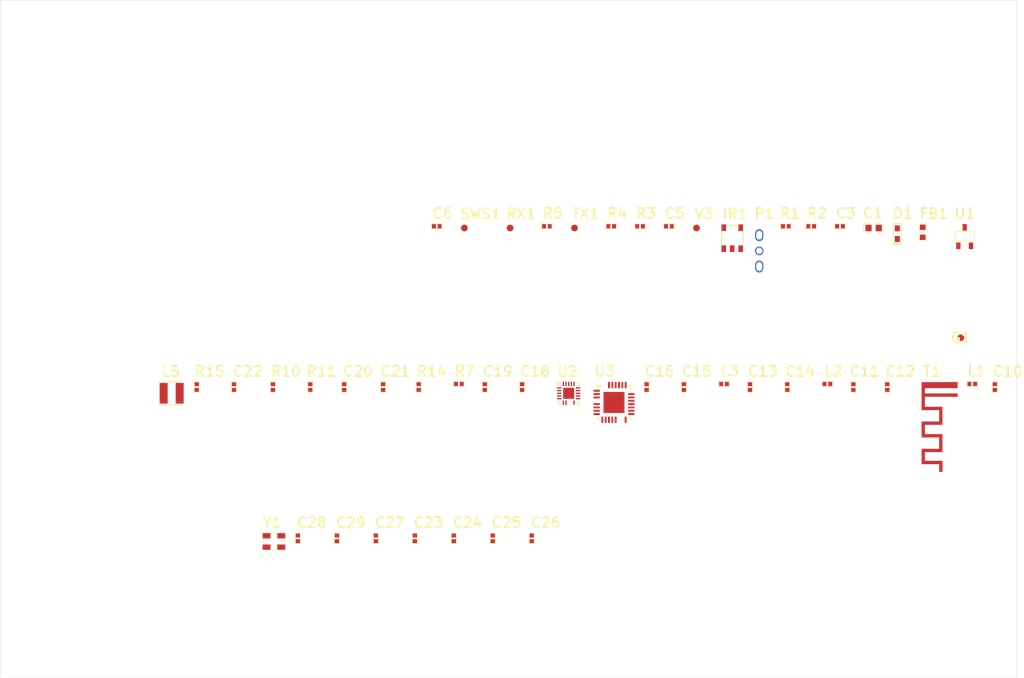
<source format=kicad_pcb>
(kicad_pcb (version 20241229) (generator "pcbnew") (generator_version "9.0")
  (layers (0 "F.Cu" signal "Top Layer") (2 "B.Cu" signal "Bottom Layer") (13 "F.Paste" user "Top Paste") (15 "B.Paste" user "Bottom Paste") (5 "F.SilkS" user "Top Overlay") (7 "B.SilkS" user "Bottom Overlay") (1 "F.Mask" user "Top Solder") (3 "B.Mask" user "Bottom Solder") (25 "Edge.Cuts" user))
  (net 0 "")
  (net 1 "XTAL2")
  (net 2 "XTAL1")
  (net 3 "VRE")
  (net 4 "VRE2")
  (net 5 "TX")
  (net 6 "SWS")
  (net 7 "RX")
  (net 8 "RST")
  (net 9 "RF_TX")
  (net 10 "RF_RX")
  (net 11 "O")
  (net 12 "NetU2_15")
  (net 13 "NetR14_2")
  (net 14 "NetR7_2")
  (net 15 "NetL5_2")
  (net 16 "NetL5_1")
  (net 17 "NetL1_2")
  (net 18 "NetIR1_5")
  (net 19 "NetIR1_3")
  (net 20 "NetC27_1")
  (net 21 "NetC25_1")
  (net 22 "NetC24_1")
  (net 23 "NetC21_1")
  (net 24 "NetC20_2")
  (net 25 "NetC20_1")
  (net 26 "NetC19_1")
  (net 27 "NetC18_1")
  (net 28 "NetC15_1")
  (net 29 "NetC10_2")
  (net 30 "NetC10_1")
  (net 31 "NetC1_1")
  (net 32 "MCU-OUT")
  (net 33 "IR")
  (net 34 "I2C_SDA")
  (net 35 "I2C_SCL")
  (net 36 "GND")
  (net 37 "CDS")
  (net 38 "AD")
  (net 39 "5V")
  (net 40 "3.3V")
  (net 41 "1V2")
  (footprint "Pho Radar:C0402" (layer "F.Cu") (at 174.7901 112.6236 90)
    (property "Reference" "C15" (at 2.777998 1.942485 0) (layer "F.SilkS") (effects (font (size 1.524 1.524) (thickness 0.254))))
    (property "Value" "18pF" (hide yes))
    (pad "1" smd rect (at 0 0 90) (size 0.6 0.65) (layers "F.Cu" "F.Mask" "F.Paste") (net 28 "NetC15_1"))
    (pad "2" smd rect (at 0.85004 0 90) (size 0.6 0.65) (layers "F.Cu" "F.Mask" "F.Paste") (net 36 "GND"))
  )
  (footprint "Pho Radar:C0402" (layer "F.Cu") (at 140.3011 135.3036 90)
    (property "Reference" "C24" (at 2.777998 2.069445 0) (layer "F.SilkS") (effects (font (size 1.524 1.524) (thickness 0.254))))
    (property "Value" "1uF" (hide yes))
    (pad "1" smd rect (at 0 0 90) (size 0.6 0.65) (layers "F.Cu" "F.Mask" "F.Paste") (net 22 "NetC24_1"))
    (pad "2" smd rect (at 0.85004 0 90) (size 0.6 0.65) (layers "F.Cu" "F.Mask" "F.Paste") (net 36 "GND"))
  )
  (footprint "Pho Radar:C0402" (layer "F.Cu") (at 134.4591 135.3036 90)
    (property "Reference" "C23" (at 2.777998 2.069445 0) (layer "F.SilkS") (effects (font (size 1.524 1.524) (thickness 0.254))))
    (property "Value" "33nF" (hide yes))
    (pad "1" smd rect (at 0 0 90) (size 0.6 0.65) (layers "F.Cu" "F.Mask" "F.Paste") (net 38 "AD"))
    (pad "2" smd rect (at 0.85004 0 90) (size 0.6 0.65) (layers "F.Cu" "F.Mask" "F.Paste") (net 36 "GND"))
  )
  (footprint "Pho Radar:C0402" (layer "F.Cu") (at 122.7751 135.3036 90)
    (property "Reference" "C29" (at 2.777998 2.069445 0) (layer "F.SilkS") (effects (font (size 1.524 1.524) (thickness 0.254))))
    (property "Value" "100nF" (hide yes))
    (pad "1" smd rect (at 0 0 90) (size 0.6 0.65) (layers "F.Cu" "F.Mask" "F.Paste") (net 41 "1V2"))
    (pad "2" smd rect (at 0.85004 0 90) (size 0.6 0.65) (layers "F.Cu" "F.Mask" "F.Paste") (net 36 "GND"))
  )
  (footprint "Pho Radar:R0402" (layer "F.Cu") (at 153.8221 88.0986)
    (property "Reference" "R5" (at 1.30769 -1.939798 0) (layer "F.SilkS") (effects (font (size 1.524 1.524) (thickness 0.254))))
    (property "Value" "100R" (hide yes))
    (pad "1" smd rect (at 0 0) (size 0.6 0.65) (layers "F.Cu" "F.Mask" "F.Paste") (net 33 "IR"))
    (pad "2" smd rect (at 0.84999 0) (size 0.6 0.65) (layers "F.Cu" "F.Mask" "F.Paste") (net 19 "NetIR1_3"))
  )
  (footprint "Pho Radar:R0402" (layer "F.Cu") (at 135.0391 112.6236 90)
    (property "Reference" "R14" (at 2.777998 1.942485 0) (layer "F.SilkS") (effects (font (size 1.524 1.524) (thickness 0.254))))
    (property "Value" "10k" (hide yes))
    (pad "1" smd rect (at 0 0 90) (size 0.6 0.65) (layers "F.Cu" "F.Mask" "F.Paste") (net 40 "3.3V"))
    (pad "2" smd rect (at 0.84999 0 90) (size 0.6 0.65) (layers "F.Cu" "F.Mask" "F.Paste") (net 13 "NetR14_2"))
  )
  (footprint "Pho Radar:C0603" (layer "F.Cu") (at 202.4631 88.3526)
    (property "Reference" "C1" (at 0.64737 -2.219198 0) (layer "F.SilkS") (effects (font (size 1.524 1.524) (thickness 0.254))))
    (property "Value" "10uF/16V" (hide yes))
    (pad "1" smd rect (at 0 0) (size 0.93 0.98) (layers "F.Cu" "F.Mask" "F.Paste") (net 31 "NetC1_1"))
    (pad "2" smd rect (at 1.54 0) (size 0.93 0.98) (layers "F.Cu" "F.Mask" "F.Paste") (net 36 "GND"))
  )
  (footprint "CDNX1928RBDA_L05T01_RWN0P2:QFN32" (layer "F.Cu") (at 161.7091 112.7506)
    (property "Reference" "U3" (at 1.18069 -2.930398 0) (layer "F.SilkS") (effects (font (size 1.524 1.524) (thickness 0.254))))
    (property "Value" "TLSR8359F512ET32" (hide yes))
    (pad "1" smd oval (at 0 0) (size 1 0.3) (layers "F.Cu" "F.Mask" "F.Paste") (net 32 "MCU-OUT"))
    (pad "2" smd oval (at 0 0.5) (size 1 0.3) (layers "F.Cu" "F.Mask" "F.Paste") (net 5 "TX"))
    (pad "3" smd oval (at 0 1) (size 1 0.3) (layers "F.Cu" "F.Mask" "F.Paste") (net 7 "RX"))
    (pad "5" smd oval (at 0 2) (size 1 0.3) (layers "F.Cu" "F.Mask" "F.Paste") (net 6 "SWS"))
    (pad "6" smd oval (at 0 2.5) (size 1 0.3) (layers "F.Cu" "F.Mask" "F.Paste") (net 38 "AD"))
    (pad "7" smd oval (at 0 3) (size 1 0.3) (layers "F.Cu" "F.Mask" "F.Paste") (net 36 "GND"))
    (pad "8" smd oval (at 0 3.5) (size 1 0.3) (layers "F.Cu" "F.Mask" "F.Paste") (net 21 "NetC25_1"))
    (pad "9" smd oval (at 0.85 4.35 90) (size 1 0.3) (layers "F.Cu" "F.Mask" "F.Paste") (net 40 "3.3V"))
    (pad "10" smd oval (at 1.35 4.35 90) (size 1 0.3) (layers "F.Cu" "F.Mask" "F.Paste") (net 15 "NetL5_2"))
    (pad "11" smd oval (at 1.85 4.35 90) (size 1 0.3) (layers "F.Cu" "F.Mask" "F.Paste") (net 16 "NetL5_1"))
    (pad "12" smd oval (at 2.35 4.35 90) (size 1 0.3) (layers "F.Cu" "F.Mask" "F.Paste") (net 41 "1V2"))
    (pad "13" smd oval (at 2.85 4.35 90) (size 1 0.3) (layers "F.Cu" "F.Mask" "F.Paste") (net 20 "NetC27_1"))
    (pad "16" smd oval (at 4.35 4.35 90) (size 1 0.3) (layers "F.Cu" "F.Mask" "F.Paste") (net 37 "CDS"))
    (pad "17" smd oval (at 5.2 3.5) (size 1 0.3) (layers "F.Cu" "F.Mask" "F.Paste") (net 4 "VRE2"))
    (pad "18" smd oval (at 5.2 3) (size 1 0.3) (layers "F.Cu" "F.Mask" "F.Paste") (net 40 "3.3V"))
    (pad "19" smd oval (at 5.2 2.5) (size 1 0.3) (layers "F.Cu" "F.Mask" "F.Paste") (net 40 "3.3V"))
    (pad "20" smd oval (at 5.2 2) (size 1 0.3) (layers "F.Cu" "F.Mask" "F.Paste") (net 34 "I2C_SDA"))
    (pad "21" smd oval (at 5.2 1.5) (size 1 0.3) (layers "F.Cu" "F.Mask" "F.Paste") (net 35 "I2C_SCL"))
    (pad "22" smd oval (at 5.2 1) (size 1 0.3) (layers "F.Cu" "F.Mask" "F.Paste") (net 3 "VRE"))
    (pad "23" smd oval (at 5.2 0.5) (size 1 0.3) (layers "F.Cu" "F.Mask" "F.Paste") (net 33 "IR"))
    (pad "25" smd oval (at 4.35 -0.85 90) (size 1 0.3) (layers "F.Cu" "F.Mask" "F.Paste") (net 8 "RST"))
    (pad "26" smd oval (at 3.85 -0.85 90) (size 1 0.3) (layers "F.Cu" "F.Mask" "F.Paste") (net 28 "NetC15_1"))
    (pad "27" smd oval (at 3.35 -0.85 90) (size 1 0.3) (layers "F.Cu" "F.Mask" "F.Paste") (net 30 "NetC10_1"))
    (pad "28" smd oval (at 2.85 -0.85 90) (size 1 0.3) (layers "F.Cu" "F.Mask" "F.Paste") (net 41 "1V2"))
    (pad "29" smd oval (at 2.35 -0.85 90) (size 1 0.3) (layers "F.Cu" "F.Mask" "F.Paste") (net 2 "XTAL1"))
    (pad "30" smd oval (at 1.85 -0.85 90) (size 1 0.3) (layers "F.Cu" "F.Mask" "F.Paste") (net 1 "XTAL2"))
    (pad "33" smd roundrect (at 2.6 1.75) (size 3.15 3.15) (layers "F.Cu" "F.Mask" "F.Paste") (roundrect_rratio 0) (net 36 "GND"))
  )
  (footprint "Pho Radar:C0402" (layer "F.Cu") (at 128.6171 135.3036 90)
    (property "Reference" "C27" (at 2.777998 2.069445 0) (layer "F.SilkS") (effects (font (size 1.524 1.524) (thickness 0.254))))
    (property "Value" "1uF" (hide yes))
    (pad "1" smd rect (at 0 0 90) (size 0.6 0.65) (layers "F.Cu" "F.Mask" "F.Paste") (net 20 "NetC27_1"))
    (pad "2" smd rect (at 0.85004 0 90) (size 0.6 0.65) (layers "F.Cu" "F.Mask" "F.Paste") (net 36 "GND"))
  )
  (footprint "Pho Radar:R0402" (layer "F.Cu") (at 101.7651 112.6236 90)
    (property "Reference" "R15" (at 2.777998 1.942485 0) (layer "F.SilkS") (effects (font (size 1.524 1.524) (thickness 0.254))))
    (property "Value" "0" (hide yes))
    (pad "1" smd rect (at 0 0 90) (size 0.6 0.65) (layers "F.Cu" "F.Mask" "F.Paste") (net 25 "NetC20_1"))
    (pad "2" smd rect (at 0.84999 0 90) (size 0.6 0.65) (layers "F.Cu" "F.Mask" "F.Paste") (net 38 "AD"))
  )
  (footprint "Pho Radar:C0402" (layer "F.Cu") (at 116.9331 135.3036 90)
    (property "Reference" "C28" (at 2.777998 2.069445 0) (layer "F.SilkS") (effects (font (size 1.524 1.524) (thickness 0.254))))
    (property "Value" "10uF" (hide yes))
    (pad "1" smd rect (at 0 0 90) (size 0.6 0.65) (layers "F.Cu" "F.Mask" "F.Paste") (net 41 "1V2"))
    (pad "2" smd rect (at 0.85004 0 90) (size 0.6 0.65) (layers "F.Cu" "F.Mask" "F.Paste") (net 36 "GND"))
  )
  (footprint "Pho Radar:R0402" (layer "F.Cu") (at 113.1951 112.6236 90)
    (property "Reference" "R10" (at 2.777998 1.942485 0) (layer "F.SilkS") (effects (font (size 1.524 1.524) (thickness 0.254))))
    (property "Value" "0" (hide yes))
    (pad "1" smd rect (at 0 0 90) (size 0.6 0.65) (layers "F.Cu" "F.Mask" "F.Paste") (net 36 "GND"))
    (pad "2" smd rect (at 0.84999 0 90) (size 0.6 0.65) (layers "F.Cu" "F.Mask" "F.Paste") (net 3 "VRE"))
  )
  (footprint "Pho Radar:3P-2.54" (layer "F.Cu") (at 186.0801 91.7816 90)
    (property "Reference" "P1" (at 5.571998 0.77437 0) (layer "F.SilkS") (effects (font (size 1.524 1.524) (thickness 0.254))))
    (property "Value" "3P" (hide yes))
    (pad "1" thru_hole oval (at -2.35 0 270) (size 1.8 1.2) (drill oval 1.3 0.85) (layers "*.Cu" "*.Mask") (net 36 "GND"))
    (pad "2" thru_hole circle (at 0 0 270) (size 1.3 1.3) (drill 0.9) (layers "*.Cu" "*.Mask") (net 11 "O"))
    (pad "3" thru_hole oval (at 2.35 0 270) (size 1.8 1.2) (drill oval 1.3 0.85) (layers "*.Cu" "*.Mask") (net 39 "5V"))
    (pad "8" smd circle (at 4 0) (size 0.001 0.001) (layers "*.Cu" "*.Mask"))
  )
  (footprint "Pho Radar:C0402" (layer "F.Cu") (at 169.2021 112.6236 90)
    (property "Reference" "C16" (at 2.777998 1.942485 0) (layer "F.SilkS") (effects (font (size 1.524 1.524) (thickness 0.254))))
    (property "Value" "1uF" (hide yes))
    (pad "1" smd rect (at 0 0 90) (size 0.6 0.65) (layers "F.Cu" "F.Mask" "F.Paste") (net 8 "RST"))
    (pad "2" smd rect (at 0.85004 0 90) (size 0.6 0.65) (layers "F.Cu" "F.Mask" "F.Paste") (net 36 "GND"))
  )
  (footprint "Pho Radar:D" (layer "F.Cu") (at 141.8841 88.3526 90)
    (property "Reference" "SWS1" (at 2.117598 2.39948 0) (layer "F.SilkS") (effects (font (size 1.524 1.524) (thickness 0.254))))
    (property "Value" "RST" (hide yes))
    (pad "1" smd circle (at 0 0 270) (size 1 1) (layers "F.Cu" "F.Mask" "F.Paste") (net 6 "SWS"))
  )
  (footprint "Pho Radar:SOT23-3-L" (layer "F.Cu") (at 215.9251 91.0196)
    (property "Reference" "U1" (at 0.97757 -4.835398 0) (layer "F.SilkS") (effects (font (size 1.524 1.524) (thickness 0.254))))
    (property "Value" "LR8103A-T33" (hide yes))
    (pad "1" smd rect (at 0 0) (size 0.65 1) (layers "F.Cu" "F.Mask" "F.Paste") (net 36 "GND"))
    (pad "2" smd rect (at 1.9 0) (size 0.65 1) (layers "F.Cu" "F.Mask" "F.Paste") (net 40 "3.3V"))
    (pad "3" smd rect (at 0.95 -2.757) (size 0.65 1) (layers "F.Cu" "F.Mask" "F.Paste") (net 31 "NetC1_1"))
  )
  (footprint "Pho Radar:R0402" (layer "F.Cu") (at 163.4741 88.0986)
    (property "Reference" "R4" (at 1.30769 -1.939798 0) (layer "F.SilkS") (effects (font (size 1.524 1.524) (thickness 0.254))))
    (property "Value" "1K" (hide yes))
    (pad "1" smd rect (at 0 0) (size 0.6 0.65) (layers "F.Cu" "F.Mask" "F.Paste") (net 32 "MCU-OUT"))
    (pad "2" smd rect (at 0.84999 0) (size 0.6 0.65) (layers "F.Cu" "F.Mask" "F.Paste") (net 11 "O"))
  )
  (footprint "Pho Radar:R0402" (layer "F.Cu") (at 180.3781 111.7346)
    (property "Reference" "L3" (at 1.30769 -1.939798 0) (layer "F.SilkS") (effects (font (size 1.524 1.524) (thickness 0.254))))
    (property "Value" "1nH" (hide yes))
    (pad "1" smd rect (at 0 0) (size 0.6 0.65) (layers "F.Cu" "F.Mask" "F.Paste") (net 9 "RF_TX"))
    (pad "2" smd rect (at 0.84999 0) (size 0.6 0.65) (layers "F.Cu" "F.Mask" "F.Paste") (net 36 "GND"))
  )
  (footprint "Pho Radar:R0402" (layer "F.Cu") (at 189.6361 88.0986)
    (property "Reference" "R1" (at 1.05377 -1.939798 0) (layer "F.SilkS") (effects (font (size 1.524 1.524) (thickness 0.254))))
    (property "Value" "100R" (hide yes))
    (pad "1" smd rect (at 0 0) (size 0.6 0.65) (layers "F.Cu" "F.Mask" "F.Paste") (net 18 "NetIR1_5"))
    (pad "2" smd rect (at 0.84999 0) (size 0.6 0.65) (layers "F.Cu" "F.Mask" "F.Paste") (net 40 "3.3V"))
  )
  (footprint "Pho Radar:C0402" (layer "F.Cu") (at 129.7051 112.6236 90)
    (property "Reference" "C21" (at 2.777998 1.815525 0) (layer "F.SilkS") (effects (font (size 1.524 1.524) (thickness 0.254))))
    (property "Value" "10uF" (hide yes))
    (pad "1" smd rect (at 0 0 90) (size 0.6 0.65) (layers "F.Cu" "F.Mask" "F.Paste") (net 23 "NetC21_1"))
    (pad "2" smd rect (at 0.85004 0 90) (size 0.6 0.65) (layers "F.Cu" "F.Mask" "F.Paste") (net 36 "GND"))
  )
  (footprint "Pho Radar:C0402" (layer "F.Cu") (at 146.1431 135.3036 90)
    (property "Reference" "C25" (at 2.777998 2.069445 0) (layer "F.SilkS") (effects (font (size 1.524 1.524) (thickness 0.254))))
    (property "Value" "1uF" (hide yes))
    (pad "1" smd rect (at 0 0 90) (size 0.6 0.65) (layers "F.Cu" "F.Mask" "F.Paste") (net 21 "NetC25_1"))
    (pad "2" smd rect (at 0.85004 0 90) (size 0.6 0.65) (layers "F.Cu" "F.Mask" "F.Paste") (net 36 "GND"))
  )
  (footprint "Pho Radar:C0402" (layer "F.Cu") (at 190.2841 112.6236 90)
    (property "Reference" "C14" (at 2.777998 1.942485 0) (layer "F.SilkS") (effects (font (size 1.524 1.524) (thickness 0.254))))
    (property "Value" "100nF" (hide yes))
    (pad "1" smd rect (at 0 0 90) (size 0.6 0.65) (layers "F.Cu" "F.Mask" "F.Paste") (net 36 "GND"))
    (pad "2" smd rect (at 0.85004 0 90) (size 0.6 0.65) (layers "F.Cu" "F.Mask" "F.Paste") (net 40 "3.3V"))
  )
  (footprint "Pho Radar:R0402" (layer "F.Cu") (at 140.6271 111.7346)
    (property "Reference" "R7" (at 1.30769 -1.939798 0) (layer "F.SilkS") (effects (font (size 1.524 1.524) (thickness 0.254))))
    (property "Value" "10k" (hide yes))
    (pad "1" smd rect (at 0 0) (size 0.6 0.65) (layers "F.Cu" "F.Mask" "F.Paste") (net 36 "GND"))
    (pad "2" smd rect (at 0.84999 0) (size 0.6 0.65) (layers "F.Cu" "F.Mask" "F.Paste") (net 14 "NetR7_2"))
  )
  (footprint "Pho Radar:C0402" (layer "F.Cu") (at 144.9451 112.6236 90)
    (property "Reference" "C19" (at 2.777998 1.942485 0) (layer "F.SilkS") (effects (font (size 1.524 1.524) (thickness 0.254))))
    (property "Value" "1nF" (hide yes))
    (pad "1" smd rect (at 0 0 90) (size 0.6 0.65) (layers "F.Cu" "F.Mask" "F.Paste") (net 26 "NetC19_1"))
    (pad "2" smd rect (at 0.85004 0 90) (size 0.6 0.65) (layers "F.Cu" "F.Mask" "F.Paste") (net 36 "GND"))
  )
  (footprint "Pho Radar:LED0603" (layer "F.Cu") (at 206.7811 90.0036)
    (property "Reference" "D1" (at 0.85057 -3.844798 0) (layer "F.SilkS") (effects (font (size 1.524 1.524) (thickness 0.254))))
    (property "Value" "PT19-21C" (hide yes))
    (pad "1" smd rect (at 0 0 90) (size 0.9 0.762) (layers "F.Cu" "F.Mask" "F.Paste") (net 37 "CDS"))
    (pad "2" smd rect (at 0 -1.6 90) (size 0.9 0.762) (layers "F.Cu" "F.Mask" "F.Paste") (net 40 "3.3V"))
  )
  (footprint "Pho Radar:C0402" (layer "F.Cu") (at 151.9851 135.3036 90)
    (property "Reference" "C26" (at 2.777998 2.069445 0) (layer "F.SilkS") (effects (font (size 1.524 1.524) (thickness 0.254))))
    (property "Value" "1uF" (hide yes))
    (pad "1" smd rect (at 0 0 90) (size 0.6 0.65) (layers "F.Cu" "F.Mask" "F.Paste") (net 40 "3.3V"))
    (pad "2" smd rect (at 0.85004 0 90) (size 0.6 0.65) (layers "F.Cu" "F.Mask" "F.Paste") (net 36 "GND"))
  )
  (footprint "Pho Radar:R0402" (layer "F.Cu") (at 118.7831 112.6236 90)
    (property "Reference" "R11" (at 2.777998 1.688565 0) (layer "F.SilkS") (effects (font (size 1.524 1.524) (thickness 0.254))))
    (property "Value" "1K" (hide yes))
    (pad "1" smd rect (at 0 0 90) (size 0.6 0.65) (layers "F.Cu" "F.Mask" "F.Paste") (net 23 "NetC21_1"))
    (pad "2" smd rect (at 0.84999 0 90) (size 0.6 0.65) (layers "F.Cu" "F.Mask" "F.Paste") (net 24 "NetC20_2"))
  )
  (footprint "Pho Radar:QFN20_3x3" (layer "F.Cu") (at 157.5181 113.1316)
    (property "Reference" "U2" (at -0.19091 -3.260598 0) (layer "F.SilkS") (effects (font (size 1.524 1.524) (thickness 0.254))))
    (property "Value" "XBR818" (hide yes))
    (pad "1" smd rect (at -1.40741 -0.8001 270) (size 0.2 0.665) (layers "F.Cu" "F.Mask" "F.Paste") (net 24 "NetC20_2"))
    (pad "2" smd rect (at -1.40741 -0.40005 270) (size 0.2 0.665) (layers "F.Cu" "F.Mask" "F.Paste") (net 26 "NetC19_1"))
    (pad "3" smd rect (at -1.40741 0 270) (size 0.2 0.665) (layers "F.Cu" "F.Mask" "F.Paste") (net 27 "NetC18_1"))
    (pad "4" smd rect (at -1.40741 0.40005 270) (size 0.2 0.665) (layers "F.Cu" "F.Mask" "F.Paste") (net 10 "RF_RX"))
    (pad "5" smd rect (at -1.40741 0.8001 270) (size 0.2 0.665) (layers "F.Cu" "F.Mask" "F.Paste") (net 36 "GND"))
    (pad "6" smd rect (at -0.8001 1.40741 270) (size 0.665 0.2) (layers "F.Cu" "F.Mask" "F.Paste") (net 9 "RF_TX"))
    (pad "7" smd rect (at -0.40005 1.40741 270) (size 0.665 0.2) (layers "F.Cu" "F.Mask" "F.Paste"))
    (pad "10" smd rect (at 0.8001 1.40741 270) (size 0.665 0.2) (layers "F.Cu" "F.Mask" "F.Paste"))
    (pad "11" smd rect (at 1.40741 0.8001 270) (size 0.2 0.665) (layers "F.Cu" "F.Mask" "F.Paste") (net 34 "I2C_SDA"))
    (pad "12" smd rect (at 1.40741 0.40005 270) (size 0.2 0.665) (layers "F.Cu" "F.Mask" "F.Paste") (net 35 "I2C_SCL"))
    (pad "13" smd rect (at 1.40741 0 270) (size 0.2 0.665) (layers "F.Cu" "F.Mask" "F.Paste") (net 13 "NetR14_2"))
    (pad "14" smd rect (at 1.40741 -0.40005 270) (size 0.2 0.665) (layers "F.Cu" "F.Mask" "F.Paste") (net 14 "NetR7_2"))
    (pad "15" smd rect (at 1.40741 -0.8001 270) (size 0.2 0.665) (layers "F.Cu" "F.Mask" "F.Paste") (net 12 "NetU2_15"))
    (pad "16" smd rect (at 0.8001 -1.40742 270) (size 0.665 0.2) (layers "F.Cu" "F.Mask" "F.Paste") (net 12 "NetU2_15"))
    (pad "17" smd rect (at 0.40005 -1.40742 270) (size 0.665 0.2) (layers "F.Cu" "F.Mask" "F.Paste") (net 36 "GND"))
    (pad "18" smd rect (at 0 -1.40742 270) (size 0.665 0.2) (layers "F.Cu" "F.Mask" "F.Paste") (net 40 "3.3V"))
    (pad "19" smd rect (at -0.40005 -1.40742 270) (size 0.665 0.2) (layers "F.Cu" "F.Mask" "F.Paste") (net 22 "NetC24_1"))
    (pad "20" smd rect (at -0.8001 -1.40742 270) (size 0.665 0.2) (layers "F.Cu" "F.Mask" "F.Paste") (net 25 "NetC20_1"))
    (pad "21" smd rect (at 0 0 270) (size 1.65001 1.65001) (layers "F.Cu" "F.Mask" "F.Paste") (net 36 "GND"))
  )
  (footprint "Pho Radar:D" (layer "F.Cu") (at 216.3011 104.8036)
    (property "Reference" "G1" (at 0 0 0) (layer "F.SilkS") (effects (font (size 1.524 1.524) (thickness 0.254))))
    (property "Value" "GND" (hide yes))
    (pad "1" smd circle (at 0 0 180) (size 1 1) (layers "F.Cu" "F.Mask" "F.Paste") (net 36 "GND"))
  )
  (footprint "Pho Radar:C0402" (layer "F.Cu") (at 172.1101 88.0986)
    (property "Reference" "C5" (at 1.30769 -1.939798 0) (layer "F.SilkS") (effects (font (size 1.524 1.524) (thickness 0.254))))
    (property "Value" "100nF" (hide yes))
    (pad "1" smd rect (at 0 0) (size 0.6 0.65) (layers "F.Cu" "F.Mask" "F.Paste") (net 37 "CDS"))
    (pad "2" smd rect (at 0.85004 0) (size 0.6 0.65) (layers "F.Cu" "F.Mask" "F.Paste") (net 36 "GND"))
  )
  (footprint "Pho Radar:D" (layer "F.Cu") (at 148.7421 88.3526 90)
    (property "Reference" "RX1" (at 2.117598 1.637725 0) (layer "F.SilkS") (effects (font (size 1.524 1.524) (thickness 0.254))))
    (property "Value" "T" (hide yes))
    (pad "1" smd circle (at 0 0 270) (size 1 1) (layers "F.Cu" "F.Mask" "F.Paste") (net 7 "RX"))
  )
  (footprint "Pho Radar:D" (layer "F.Cu") (at 176.6821 88.3526)
    (property "Reference" "V3" (at 1.12989 -2.117598 0) (layer "F.SilkS") (effects (font (size 1.524 1.524) (thickness 0.254))))
    (property "Value" "3V3" (hide yes))
    (pad "1" smd circle (at 0 0 180) (size 1 1) (layers "F.Cu" "F.Mask" "F.Paste") (net 40 "3.3V"))
  )
  (footprint "Pho Radar:C0402" (layer "F.Cu") (at 205.2701 112.6236 90)
    (property "Reference" "C12" (at 2.777998 1.942485 0) (layer "F.SilkS") (effects (font (size 1.524 1.524) (thickness 0.254))))
    (property "Value" "1uF" (hide yes))
    (pad "1" smd rect (at 0 0 90) (size 0.6 0.65) (layers "F.Cu" "F.Mask" "F.Paste") (net 41 "1V2"))
    (pad "2" smd rect (at 0.85004 0 90) (size 0.6 0.65) (layers "F.Cu" "F.Mask" "F.Paste") (net 36 "GND"))
  )
  (footprint "Pho Radar:R0402" (layer "F.Cu") (at 217.5891 111.7346)
    (property "Reference" "L1" (at 1.05377 -1.939798 0) (layer "F.SilkS") (effects (font (size 1.524 1.524) (thickness 0.254))))
    (property "Value" "0R" (hide yes))
    (pad "1" smd rect (at 0 0) (size 0.6 0.65) (layers "F.Cu" "F.Mask" "F.Paste") (net 29 "NetC10_2"))
    (pad "2" smd rect (at 0.84999 0) (size 0.6 0.65) (layers "F.Cu" "F.Mask" "F.Paste") (net 17 "NetL1_2"))
  )
  (footprint "Pho Radar:C0402" (layer "F.Cu") (at 184.6961 112.6236 90)
    (property "Reference" "C13" (at 2.777998 1.942485 0) (layer "F.SilkS") (effects (font (size 1.524 1.524) (thickness 0.254))))
    (property "Value" "10uF" (hide yes))
    (pad "1" smd rect (at 0 0 90) (size 0.6 0.65) (layers "F.Cu" "F.Mask" "F.Paste") (net 40 "3.3V"))
    (pad "2" smd rect (at 0.85004 0 90) (size 0.6 0.65) (layers "F.Cu" "F.Mask" "F.Paste") (net 36 "GND"))
  )
  (footprint "Pho Radar:C0402" (layer "F.Cu") (at 107.3531 112.6236 90)
    (property "Reference" "C22" (at 2.777998 2.069445 0) (layer "F.SilkS") (effects (font (size 1.524 1.524) (thickness 0.254))))
    (property "Value" "1uF" (hide yes))
    (pad "1" smd rect (at 0 0 90) (size 0.6 0.65) (layers "F.Cu" "F.Mask" "F.Paste") (net 40 "3.3V"))
    (pad "2" smd rect (at 0.85004 0 90) (size 0.6 0.65) (layers "F.Cu" "F.Mask" "F.Paste") (net 36 "GND"))
  )
  (footprint "Pho Radar:R0402" (layer "F.Cu") (at 167.7921 88.0986)
    (property "Reference" "R3" (at 1.30769 -1.939798 0) (layer "F.SilkS") (effects (font (size 1.524 1.524) (thickness 0.254))))
    (property "Value" "47k" (hide yes))
    (pad "1" smd rect (at 0 0) (size 0.6 0.65) (layers "F.Cu" "F.Mask" "F.Paste") (net 36 "GND"))
    (pad "2" smd rect (at 0.84999 0) (size 0.6 0.65) (layers "F.Cu" "F.Mask" "F.Paste") (net 37 "CDS"))
  )
  (footprint "Pho Radar:C0402" (layer "F.Cu") (at 137.3121 88.0986)
    (property "Reference" "C6" (at 1.30769 -1.939798 0) (layer "F.SilkS") (effects (font (size 1.524 1.524) (thickness 0.254))))
    (property "Value" "10nF" (hide yes))
    (pad "1" smd rect (at 0 0) (size 0.6 0.65) (layers "F.Cu" "F.Mask" "F.Paste") (net 36 "GND"))
    (pad "2" smd rect (at 0.85004 0) (size 0.6 0.65) (layers "F.Cu" "F.Mask" "F.Paste") (net 33 "IR"))
  )
  (footprint "Pho Radar:BLE_ANT_M" (layer "F.Cu") (at 215.8111 124.8156 90)
    (property "Reference" "T1" (at 14.944598 -3.87383 0) (layer "F.SilkS") (effects (font (size 1.524 1.524) (thickness 0.254))))
    (property "Value" "TP" (hide yes))
    (pad "" smd custom (at 13.36327 0) (size 0.000001 0.000001) (layers "F.Cu") (options (clearance outline) (anchor circle)) (primitives (gr_poly (pts (xy 0 0) (xy -5.4 0) (xy -5.4 4.2) (xy -2.75471 4.19977) (xy -2.75471 5.90005) (xy -5.4 5.89963) (xy -5.4 8.3) (xy -2.75987 8.30006) (xy -2.75987 9.99963) (xy -5.4 10) (xy -5.4 12.3) (xy -2.75459 12.30013) (xy -2.75459 13.46466) (xy -2.2548 13.46487) (xy -2.2548 11.79996) (xy -4.8996 11.80004) (xy -4.8996 10.50064) (xy -2.26 10.50095) (xy -2.25999 7.80046) (xy -4.89953 7.80016) (xy -4.89952 6.3996) (xy -2.25999 6.39994) (xy -2.26 3.70006) (xy -4.8995 3.70007) (xy -4.89951 2.19987) (xy 0 2.19999) (xy 0 1.7001) (xy -4.89952 1.70033) (xy -4.89951 0.89977) (xy -0.0004 0.89978)) (width 0) (fill yes))))
    (pad "1" smd rect (at 11.41326 -0.4 270) (size 0.5 0.8) (layers "F.Cu" "F.Mask" "F.Paste") (net 17 "NetL1_2"))
    (pad "2" smd rect (at 12.91327 -0.4 270) (size 0.9 0.8) (layers "F.Cu" "F.Mask" "F.Paste"))
  )
  (footprint "Pho Radar:C0402" (layer "F.Cu") (at 123.8631 112.6236 90)
    (property "Reference" "C20" (at 2.777998 2.069445 0) (layer "F.SilkS") (effects (font (size 1.524 1.524) (thickness 0.254))))
    (property "Value" "1nF" (hide yes))
    (pad "1" smd rect (at 0 0 90) (size 0.6 0.65) (layers "F.Cu" "F.Mask" "F.Paste") (net 25 "NetC20_1"))
    (pad "2" smd rect (at 0.85004 0 90) (size 0.6 0.65) (layers "F.Cu" "F.Mask" "F.Paste") (net 24 "NetC20_2"))
  )
  (footprint "Pho Radar:D" (layer "F.Cu") (at 158.3941 88.3526 90)
    (property "Reference" "TX1" (at 2.117598 1.637725 0) (layer "F.SilkS") (effects (font (size 1.524 1.524) (thickness 0.254))))
    (property "Value" "R" (hide yes))
    (pad "1" smd circle (at 0 0 270) (size 1 1) (layers "F.Cu" "F.Mask" "F.Paste") (net 5 "TX"))
  )
  (footprint "Pho Radar:C0402" (layer "F.Cu") (at 200.1901 112.6236 90)
    (property "Reference" "C11" (at 2.777998 1.688565 0) (layer "F.SilkS") (effects (font (size 1.524 1.524) (thickness 0.254))))
    (property "Value" "2.2uF" (hide yes))
    (pad "1" smd rect (at 0 0 90) (size 0.6 0.65) (layers "F.Cu" "F.Mask" "F.Paste") (net 41 "1V2"))
    (pad "2" smd rect (at 0.85004 0 90) (size 0.6 0.65) (layers "F.Cu" "F.Mask" "F.Paste") (net 36 "GND"))
  )
  (footprint "Pho Radar:SMD3225" (layer "F.Cu") (at 112.2341 136.1926)
    (property "Reference" "Y1" (at 0.82517 -3.666998 0) (layer "F.SilkS") (effects (font (size 1.524 1.524) (thickness 0.254))))
    (property "Value" "32MHz" (hide yes))
    (pad "1" smd rect (at 0 0) (size 1.2 0.8) (layers "F.Cu" "F.Mask" "F.Paste") (net 1 "XTAL2"))
    (pad "2" smd rect (at 2.2 0) (size 1.2 0.8) (layers "F.Cu" "F.Mask" "F.Paste") (net 36 "GND"))
    (pad "3" smd rect (at 2.2 -1.7) (size 1.2 0.8) (layers "F.Cu" "F.Mask" "F.Paste") (net 2 "XTAL1"))
    (pad "4" smd rect (at 0 -1.7) (size 1.2 0.8) (layers "F.Cu" "F.Mask" "F.Paste") (net 36 "GND"))
  )
  (footprint "Pho Radar:R0402" (layer "F.Cu") (at 195.8721 111.7346)
    (property "Reference" "L2" (at 1.30769 -1.939798 0) (layer "F.SilkS") (effects (font (size 1.524 1.524) (thickness 0.254))))
    (property "Value" "NC/1.3nH" (hide yes))
    (pad "1" smd rect (at 0 0) (size 0.6 0.65) (layers "F.Cu" "F.Mask" "F.Paste") (net 28 "NetC15_1"))
    (pad "2" smd rect (at 0.84999 0) (size 0.6 0.65) (layers "F.Cu" "F.Mask" "F.Paste") (net 30 "NetC10_1"))
  )
  (footprint "Pho Radar:R0603" (layer "F.Cu") (at 210.5911 89.7496 90)
    (property "Reference" "FB1" (at 3.565398 1.663125 0) (layer "F.SilkS") (effects (font (size 1.524 1.524) (thickness 0.254))))
    (property "Value" "GZ1608" (hide yes))
    (pad "1" smd rect (at 0 0 90) (size 0.80648 0.86401) (layers "F.Cu" "F.Mask" "F.Paste") (net 39 "5V"))
    (pad "2" smd rect (at 1.50647 0 90) (size 0.80648 0.86401) (layers "F.Cu" "F.Mask" "F.Paste") (net 31 "NetC1_1"))
  )
  (footprint "Pho Radar:C0402" (layer "F.Cu") (at 150.5331 112.6236 90)
    (property "Reference" "C18" (at 2.777998 1.942485 0) (layer "F.SilkS") (effects (font (size 1.524 1.524) (thickness 0.254))))
    (property "Value" "1uF" (hide yes))
    (pad "1" smd rect (at 0 0 90) (size 0.6 0.65) (layers "F.Cu" "F.Mask" "F.Paste") (net 27 "NetC18_1"))
    (pad "2" smd rect (at 0.85004 0 90) (size 0.6 0.65) (layers "F.Cu" "F.Mask" "F.Paste") (net 36 "GND"))
  )
  (footprint "Pho Radar:SMT-IRM" (layer "F.Cu") (at 182.6511 91.2736)
    (property "Reference" "IR1" (at -0.191035 -5.038598 0) (layer "F.SilkS") (effects (font (size 1.524 1.524) (thickness 0.254))))
    (property "Value" "LF0038Q" (hide yes))
    (pad "1" smd rect (at -1.89 -2.97 180) (size 0.7 1) (layers "F.Cu" "F.Mask" "F.Paste"))
    (pad "2" smd rect (at 0.65 -2.97 180) (size 0.7 1) (layers "F.Cu" "F.Mask" "F.Paste"))
    (pad "3" smd rect (at -1.89 0.18 180) (size 0.7 1) (layers "F.Cu" "F.Mask" "F.Paste") (net 19 "NetIR1_3"))
    (pad "4" smd rect (at -0.62 0.18 180) (size 0.7 1) (layers "F.Cu" "F.Mask" "F.Paste") (net 36 "GND"))
    (pad "5" smd rect (at 0.65 0.18 180) (size 0.7 1) (layers "F.Cu" "F.Mask" "F.Paste") (net 18 "NetIR1_5"))
  )
  (footprint "Pho Radar:C0402" (layer "F.Cu") (at 221.3991 112.6236 90)
    (property "Reference" "C10" (at 2.777998 1.942485 0) (layer "F.SilkS") (effects (font (size 1.524 1.524) (thickness 0.254))))
    (property "Value" "220pF" (hide yes))
    (pad "1" smd rect (at 0 0 90) (size 0.6 0.65) (layers "F.Cu" "F.Mask" "F.Paste") (net 30 "NetC10_1"))
    (pad "2" smd rect (at 0.85004 0 90) (size 0.6 0.65) (layers "F.Cu" "F.Mask" "F.Paste") (net 29 "NetC10_2"))
  )
  (footprint "Pho Radar:C0402" (layer "F.Cu") (at 197.7641 88.0986)
    (property "Reference" "C3" (at 1.30769 -1.939798 0) (layer "F.SilkS") (effects (font (size 1.524 1.524) (thickness 0.254))))
    (property "Value" "10uF" (hide yes))
    (pad "1" smd rect (at 0 0) (size 0.6 0.65) (layers "F.Cu" "F.Mask" "F.Paste") (net 40 "3.3V"))
    (pad "2" smd rect (at 0.85004 0) (size 0.6 0.65) (layers "F.Cu" "F.Mask" "F.Paste") (net 36 "GND"))
  )
  (footprint "Pho Radar:R0402" (layer "F.Cu") (at 193.4461 88.0986)
    (property "Reference" "R2" (at 1.30769 -1.939798 0) (layer "F.SilkS") (effects (font (size 1.524 1.524) (thickness 0.254))))
    (property "Value" "39K" (hide yes))
    (pad "1" smd rect (at 0 0) (size 0.6 0.65) (layers "F.Cu" "F.Mask" "F.Paste") (net 19 "NetIR1_3"))
    (pad "2" smd rect (at 0.84999 0) (size 0.6 0.65) (layers "F.Cu" "F.Mask" "F.Paste") (net 40 "3.3V"))
  )
  (footprint "Pho Radar:L3015" (layer "F.Cu") (at 96.8121 113.1316)
    (property "Reference" "L5" (at 1.07909 -3.260598 0) (layer "F.SilkS") (effects (font (size 1.524 1.524) (thickness 0.254))))
    (property "Value" "47uH" (hide yes))
    (pad "1" smd rect (at 0 0) (size 1.2 3.1) (layers "F.Cu" "F.Mask" "F.Paste") (net 16 "NetL5_1"))
    (pad "2" smd rect (at 2.39979 0) (size 1.2 3.1) (layers "F.Cu" "F.Mask" "F.Paste") (net 15 "NetL5_2"))
  )
  (gr_line (start 72.3011 155.8036) (end 224.7011 155.8036) (stroke (width 0.05)) (layer "Edge.Cuts"))
  (gr_line (start 224.7011 155.8036) (end 224.7011 54.2036) (stroke (width 0.05)) (layer "Edge.Cuts"))
  (gr_line (start 72.3011 54.2036) (end 72.3011 155.8036) (stroke (width 0.05)) (layer "Edge.Cuts"))
  (gr_line (start 224.7011 54.2036) (end 72.3011 54.2036) (stroke (width 0.05)) (layer "Edge.Cuts"))
)
</source>
